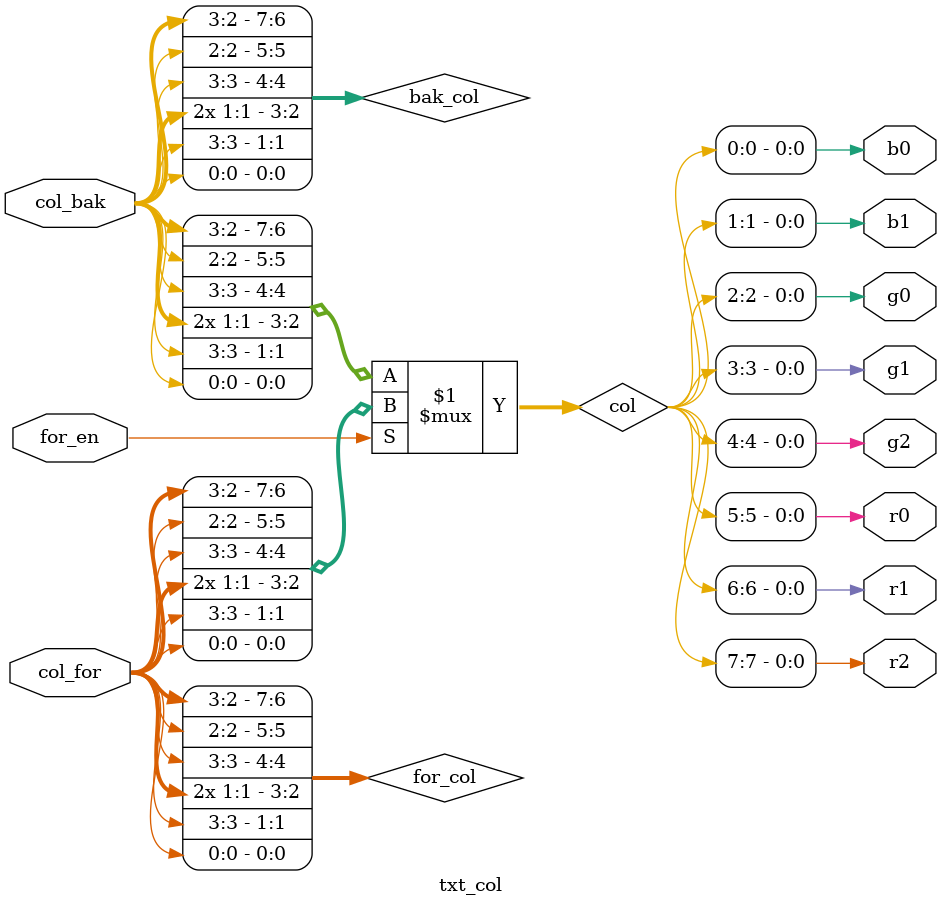
<source format=v>
module txt_col(for_en, col_bak, col_for, r2, r1, r0, g2, g1, g0, b1, b0);
parameter BAK_COL_FILE = "";
parameter FOR_COL_FILE = "";

input for_en;
input [3:0] col_bak;
input [3:0] col_for;

wire [7:0] bak_col;
wire [7:0] for_col;
wire [7:0] col;
assign col = for_en ? for_col : bak_col;

reg [7:0] bak_ram[15:0];
reg [7:0] for_ram[15:0];
/*
assign bak_col = bak_ram[col_bak];
assign for_col = for_ram[col_for];
*/

assign bak_col = {col_bak[3], col_bak[2], col_bak[2], col_bak[3], col_bak[1], col_bak[1], col_bak[3], col_bak[0]};
assign for_col = {col_for[3], col_for[2], col_for[2], col_for[3], col_for[1], col_for[1], col_for[3], col_for[0]};
output r2, r1, r0, g2, g1, g0, b1, b0;
assign r2 = col[7];
assign r1 = col[6];
assign r0 = col[5];
assign g2 = col[4];
assign g1 = col[3];
assign g0 = col[2];
assign b1 = col[1];
assign b0 = col[0];

initial begin
  if (BAK_COL_FILE != "") begin
    $readmemh(BAK_COL_FILE, bak_ram);
  end
  if (FOR_COL_FILE != "") begin
    $readmemh(FOR_COL_FILE, for_ram);
  end
end

endmodule
</source>
